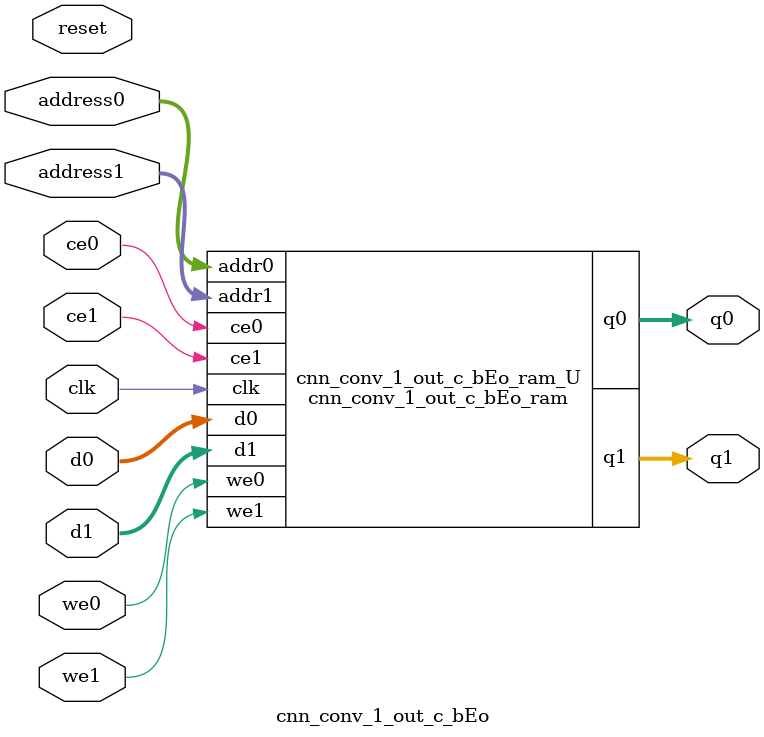
<source format=v>
`timescale 1 ns / 1 ps
module cnn_conv_1_out_c_bEo_ram (addr0, ce0, d0, we0, q0, addr1, ce1, d1, we1, q1,  clk);

parameter DWIDTH = 14;
parameter AWIDTH = 8;
parameter MEM_SIZE = 156;

input[AWIDTH-1:0] addr0;
input ce0;
input[DWIDTH-1:0] d0;
input we0;
output reg[DWIDTH-1:0] q0;
input[AWIDTH-1:0] addr1;
input ce1;
input[DWIDTH-1:0] d1;
input we1;
output reg[DWIDTH-1:0] q1;
input clk;

(* ram_style = "block" *)reg [DWIDTH-1:0] ram[0:MEM_SIZE-1];




always @(posedge clk)  
begin 
    if (ce0) 
    begin
        if (we0) 
        begin 
            ram[addr0] <= d0; 
        end 
        q0 <= ram[addr0];
    end
end


always @(posedge clk)  
begin 
    if (ce1) 
    begin
        if (we1) 
        begin 
            ram[addr1] <= d1; 
        end 
        q1 <= ram[addr1];
    end
end


endmodule

`timescale 1 ns / 1 ps
module cnn_conv_1_out_c_bEo(
    reset,
    clk,
    address0,
    ce0,
    we0,
    d0,
    q0,
    address1,
    ce1,
    we1,
    d1,
    q1);

parameter DataWidth = 32'd14;
parameter AddressRange = 32'd156;
parameter AddressWidth = 32'd8;
input reset;
input clk;
input[AddressWidth - 1:0] address0;
input ce0;
input we0;
input[DataWidth - 1:0] d0;
output[DataWidth - 1:0] q0;
input[AddressWidth - 1:0] address1;
input ce1;
input we1;
input[DataWidth - 1:0] d1;
output[DataWidth - 1:0] q1;



cnn_conv_1_out_c_bEo_ram cnn_conv_1_out_c_bEo_ram_U(
    .clk( clk ),
    .addr0( address0 ),
    .ce0( ce0 ),
    .we0( we0 ),
    .d0( d0 ),
    .q0( q0 ),
    .addr1( address1 ),
    .ce1( ce1 ),
    .we1( we1 ),
    .d1( d1 ),
    .q1( q1 ));

endmodule


</source>
